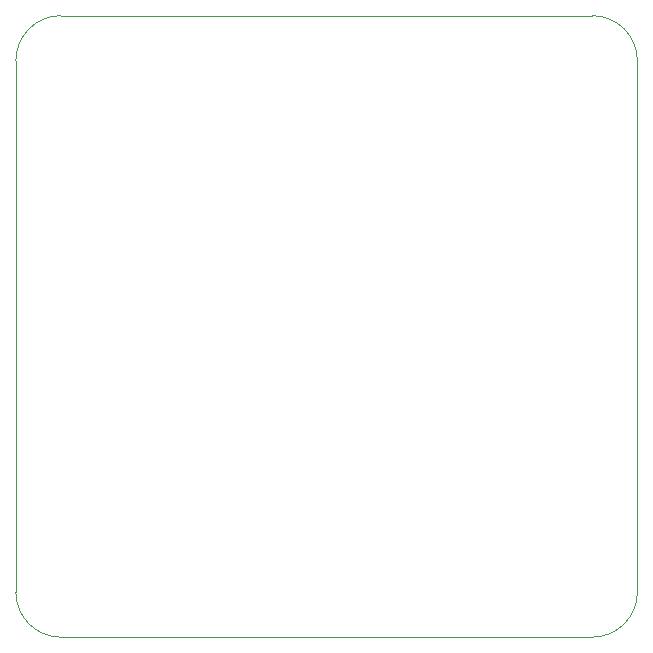
<source format=gbr>
G04 #@! TF.GenerationSoftware,KiCad,Pcbnew,(5.1.0)-1*
G04 #@! TF.CreationDate,2019-10-16T14:08:09+11:00*
G04 #@! TF.ProjectId,BSPD,42535044-2e6b-4696-9361-645f70636258,rev?*
G04 #@! TF.SameCoordinates,Original*
G04 #@! TF.FileFunction,Profile,NP*
%FSLAX46Y46*%
G04 Gerber Fmt 4.6, Leading zero omitted, Abs format (unit mm)*
G04 Created by KiCad (PCBNEW (5.1.0)-1) date 2019-10-16 14:08:09*
%MOMM*%
%LPD*%
G04 APERTURE LIST*
%ADD10C,0.050000*%
G04 APERTURE END LIST*
D10*
X116374000Y-109770000D02*
X71374000Y-109770000D01*
X120184000Y-60960000D02*
X120184000Y-105960000D01*
X71374000Y-57150000D02*
X116374000Y-57150000D01*
X67564000Y-105960000D02*
X67564000Y-60960000D01*
X120184000Y-105960000D02*
G75*
G02X116374000Y-109770000I-3810000J0D01*
G01*
X116374000Y-57150000D02*
G75*
G02X120184000Y-60960000I0J-3810000D01*
G01*
X71374000Y-109770000D02*
G75*
G02X67564000Y-105960000I0J3810000D01*
G01*
X67564000Y-60960000D02*
G75*
G02X71374000Y-57150000I3810000J0D01*
G01*
M02*

</source>
